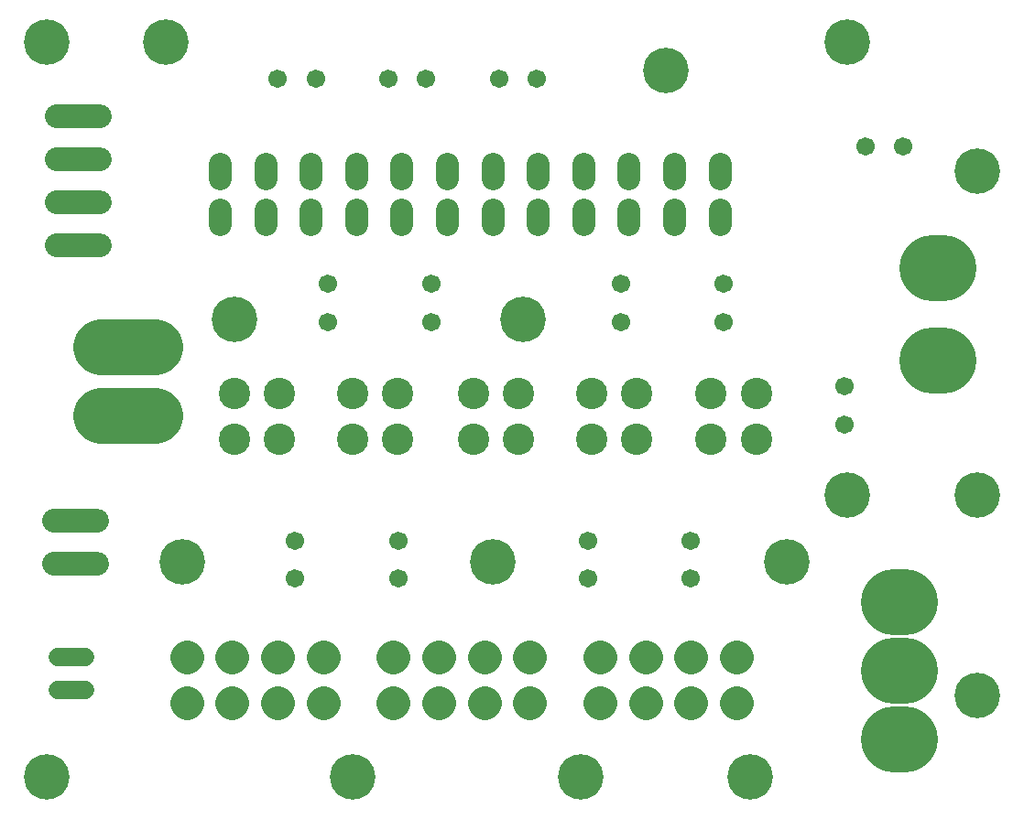
<source format=gts>
G04 Layer: TopSolderMaskLayer*
G04 EasyEDA v6.4.19.4, 2021-09-18T03:44:13+08:00*
G04 1fc8be4444e141828a02f3c2f3ba565e,119f753a6ce64b8d841f2ad33262ab0c,10*
G04 Gerber Generator version 0.2*
G04 Scale: 100 percent, Rotated: No, Reflected: No *
G04 Dimensions in millimeters *
G04 leading zeros omitted , absolute positions ,4 integer and 5 decimal *
%FSLAX45Y45*%
%MOMM*%

%ADD23C,2.2032*%
%ADD24C,1.7032*%
%ADD25C,5.2032*%
%ADD26C,6.1016*%
%ADD27C,2.1000*%
%ADD28C,3.1016*%
%ADD29C,4.2032*%
%ADD30C,1.7016*%
%ADD31C,2.9016*%

%LPD*%
D23*
X536600Y6565900D02*
G01*
X936599Y6565900D01*
D24*
X548098Y1257300D02*
G01*
X798101Y1257300D01*
X548098Y1557299D02*
G01*
X798101Y1557299D01*
D25*
X943800Y4432300D02*
G01*
X1443799Y4432300D01*
X943800Y3797300D02*
G01*
X1443799Y3797300D01*
D23*
X536600Y5365902D02*
G01*
X936599Y5365902D01*
X536600Y5765901D02*
G01*
X936599Y5765901D01*
X536600Y6165900D02*
G01*
X936599Y6165900D01*
X511200Y2819400D02*
G01*
X911199Y2819400D01*
X511200Y2419400D02*
G01*
X911199Y2419400D01*
D26*
X8736799Y5156200D02*
G01*
X8636800Y5156200D01*
X8381199Y2070100D02*
G01*
X8281200Y2070100D01*
X8381199Y1435100D02*
G01*
X8281200Y1435100D01*
X8381199Y800100D02*
G01*
X8281200Y800100D01*
X8736799Y4305300D02*
G01*
X8636800Y4305300D01*
D27*
X2046104Y5701992D02*
G01*
X2046104Y5561992D01*
X2046104Y6122007D02*
G01*
X2046104Y5982007D01*
X2466093Y5701992D02*
G01*
X2466093Y5561992D01*
X2466093Y6122007D02*
G01*
X2466093Y5982007D01*
X2886108Y5701992D02*
G01*
X2886108Y5561992D01*
X2886108Y6122007D02*
G01*
X2886108Y5982007D01*
X3306097Y5701992D02*
G01*
X3306097Y5561992D01*
X3306097Y6122007D02*
G01*
X3306097Y5982007D01*
X3726111Y5701992D02*
G01*
X3726111Y5561992D01*
X3726111Y6122007D02*
G01*
X3726111Y5982007D01*
X4146100Y5701992D02*
G01*
X4146100Y5561992D01*
X4146100Y6122007D02*
G01*
X4146100Y5982007D01*
X4566114Y5701992D02*
G01*
X4566114Y5561992D01*
X4566114Y6122007D02*
G01*
X4566114Y5982007D01*
X4986103Y5701992D02*
G01*
X4986103Y5561992D01*
X4986103Y6122007D02*
G01*
X4986103Y5982007D01*
X5406092Y5701992D02*
G01*
X5406092Y5561992D01*
X5406092Y6122007D02*
G01*
X5406092Y5982007D01*
X5826107Y5701992D02*
G01*
X5826107Y5561992D01*
X5826107Y6122007D02*
G01*
X5826107Y5982007D01*
X6246096Y5701992D02*
G01*
X6246096Y5561992D01*
X6246096Y6122007D02*
G01*
X6246096Y5982007D01*
X6666110Y5701992D02*
G01*
X6666110Y5561992D01*
X6666110Y6122007D02*
G01*
X6666110Y5982007D01*
D28*
X1737995Y1136650D02*
G01*
X1737995Y1136650D01*
X1737995Y1556765D02*
G01*
X1737995Y1556765D01*
X2158111Y1136650D02*
G01*
X2158111Y1136650D01*
X2158111Y1556765D02*
G01*
X2158111Y1556765D01*
X2578988Y1135634D02*
G01*
X2578988Y1135634D01*
X2578988Y1555750D02*
G01*
X2578988Y1555750D01*
X2999104Y1135634D02*
G01*
X2999104Y1135634D01*
X2999104Y1555750D02*
G01*
X2999104Y1555750D01*
X3649345Y1136650D02*
G01*
X3649345Y1136650D01*
X3649345Y1556765D02*
G01*
X3649345Y1556765D01*
X4069461Y1136650D02*
G01*
X4069461Y1136650D01*
X4069461Y1556765D02*
G01*
X4069461Y1556765D01*
X4490338Y1135634D02*
G01*
X4490338Y1135634D01*
X4490338Y1555750D02*
G01*
X4490338Y1555750D01*
X4910454Y1135634D02*
G01*
X4910454Y1135634D01*
X4910454Y1555750D02*
G01*
X4910454Y1555750D01*
X5560695Y1136650D02*
G01*
X5560695Y1136650D01*
X5560695Y1556765D02*
G01*
X5560695Y1556765D01*
X5980811Y1136650D02*
G01*
X5980811Y1136650D01*
X5980811Y1556765D02*
G01*
X5980811Y1556765D01*
X6401688Y1135634D02*
G01*
X6401688Y1135634D01*
X6401688Y1555750D02*
G01*
X6401688Y1555750D01*
X6821804Y1135634D02*
G01*
X6821804Y1135634D01*
X6821804Y1555750D02*
G01*
X6821804Y1555750D01*
D29*
G01*
X449999Y449999D03*
G01*
X449999Y7250000D03*
G01*
X1549999Y7250000D03*
G01*
X7849999Y7250000D03*
G01*
X6949998Y449999D03*
G01*
X9049999Y1200000D03*
G01*
X9049999Y6050000D03*
G01*
X2184400Y4686300D03*
G01*
X4851400Y4686300D03*
G01*
X3276600Y450001D03*
G01*
X5384800Y450001D03*
G01*
X4572000Y2438400D03*
G01*
X1701800Y2438400D03*
G01*
X7289800Y2438400D03*
G01*
X7850002Y3060700D03*
G01*
X9050002Y3060700D03*
G01*
X6172200Y6985000D03*
D30*
G01*
X4625593Y6908800D03*
G01*
X4975606Y6908800D03*
G01*
X4000500Y4660884D03*
G01*
X4000500Y5010896D03*
G01*
X3048000Y4660884D03*
G01*
X3048000Y5010896D03*
G01*
X5753100Y4660900D03*
G01*
X5753100Y5010912D03*
G01*
X6705600Y4660900D03*
G01*
X6705600Y5010912D03*
D31*
G01*
X2597658Y3994657D03*
G01*
X2597658Y3574542D03*
G01*
X2177541Y3994657D03*
G01*
X2177541Y3574542D03*
G01*
X3689858Y3994657D03*
G01*
X3689858Y3574542D03*
G01*
X3269741Y3994657D03*
G01*
X3269741Y3574542D03*
G01*
X4807458Y3994657D03*
G01*
X4807458Y3574542D03*
G01*
X4387341Y3994657D03*
G01*
X4387341Y3574542D03*
G01*
X5899658Y3994657D03*
G01*
X5899658Y3574542D03*
G01*
X5479541Y3994657D03*
G01*
X5479541Y3574542D03*
G01*
X7004558Y3994657D03*
G01*
X7004558Y3574542D03*
G01*
X6584441Y3994657D03*
G01*
X6584441Y3574542D03*
D30*
G01*
X2743200Y2285984D03*
G01*
X2743200Y2635996D03*
G01*
X3695700Y2285984D03*
G01*
X3695700Y2635996D03*
G01*
X5448300Y2286000D03*
G01*
X5448300Y2636012D03*
G01*
X6400800Y2286000D03*
G01*
X6400800Y2636012D03*
G01*
X2933700Y6908800D03*
G01*
X2583688Y6908800D03*
G01*
X3954642Y6908800D03*
G01*
X3604630Y6908800D03*
G01*
X7823200Y4061205D03*
G01*
X7823200Y3711194D03*
G01*
X8016493Y6286500D03*
G01*
X8366506Y6286500D03*
M02*

</source>
